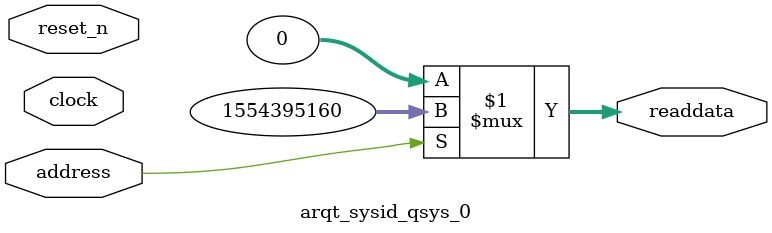
<source format=v>

`timescale 1ns / 1ps
// synthesis translate_on

// turn off superfluous verilog processor warnings 
// altera message_level Level1 
// altera message_off 10034 10035 10036 10037 10230 10240 10030 

module arqt_sysid_qsys_0 (
               // inputs:
                address,
                clock,
                reset_n,

               // outputs:
                readdata
             )
;

  output  [ 31: 0] readdata;
  input            address;
  input            clock;
  input            reset_n;

  wire    [ 31: 0] readdata;
  //control_slave, which is an e_avalon_slave
  assign readdata = address ? 1554395160 : 0;

endmodule




</source>
